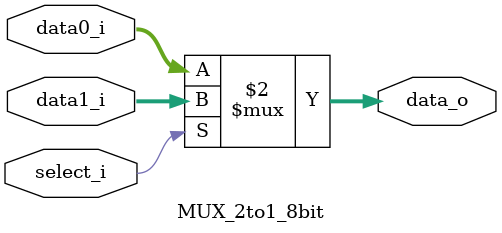
<source format=v>
`timescale 1ns/1ps


module MUX_2to1_8bit(
    input       [8-1:0] data0_i,
    input       [8-1:0] data1_i,
    input                select_i,
    output      [8-1:0] data_o
);
/* Write your code HERE */

assign data_o = (select_i == 1'b0)? data0_i : data1_i ;



endmodule


</source>
